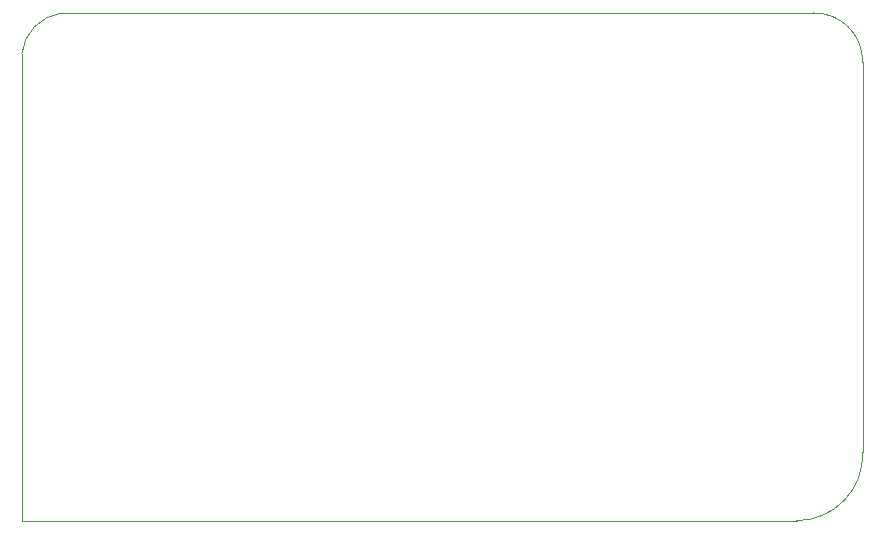
<source format=gbr>
%TF.GenerationSoftware,KiCad,Pcbnew,(7.0.0)*%
%TF.CreationDate,2023-07-17T15:43:14+02:00*%
%TF.ProjectId,SupportPizero,53757070-6f72-4745-9069-7a65726f2e6b,rev?*%
%TF.SameCoordinates,Original*%
%TF.FileFunction,Profile,NP*%
%FSLAX46Y46*%
G04 Gerber Fmt 4.6, Leading zero omitted, Abs format (unit mm)*
G04 Created by KiCad (PCBNEW (7.0.0)) date 2023-07-17 15:43:14*
%MOMM*%
%LPD*%
G01*
G04 APERTURE LIST*
%TA.AperFunction,Profile*%
%ADD10C,0.100000*%
%TD*%
G04 APERTURE END LIST*
D10*
X51308000Y-49329853D02*
G75*
G03*
X48005268Y-52800543I592000J-3870147D01*
G01*
X119203398Y-86500518D02*
X119197242Y-53499763D01*
X113606952Y-92300000D02*
X48000000Y-92300000D01*
X48005268Y-52800543D02*
X48000000Y-92300000D01*
X119197291Y-53499764D02*
G75*
G03*
X115006952Y-49309716I-4090291J99764D01*
G01*
X113606952Y-92299952D02*
G75*
G03*
X119203398Y-86500518I48J5599952D01*
G01*
X51308000Y-49329853D02*
X115006952Y-49309716D01*
M02*

</source>
